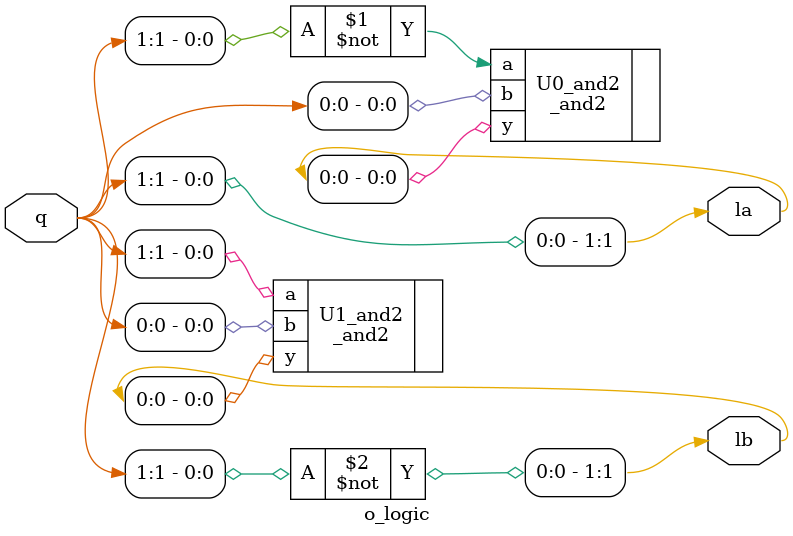
<source format=v>
module o_logic(la,lb,q); // output logic
	input [1:0] q;	// state
	output [1:0] la, lb; //light
	
	assign la[1] = q[1];
	_and2 U0_and2(.a(~q[1]),.b(q[0]),.y(la[0]));
	assign lb[1] = ~q[1];
	_and2 U1_and2(.a(q[1]),.b(q[0]),.y(lb[0]));
	
endmodule
</source>
